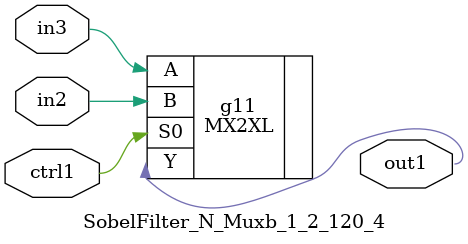
<source format=v>
`timescale 1ps / 1ps


module SobelFilter_N_Muxb_1_2_120_4(in3, in2, ctrl1, out1);
  input in3, in2, ctrl1;
  output out1;
  wire in3, in2, ctrl1;
  wire out1;
  MX2XL g11(.A (in3), .B (in2), .S0 (ctrl1), .Y (out1));
endmodule


</source>
